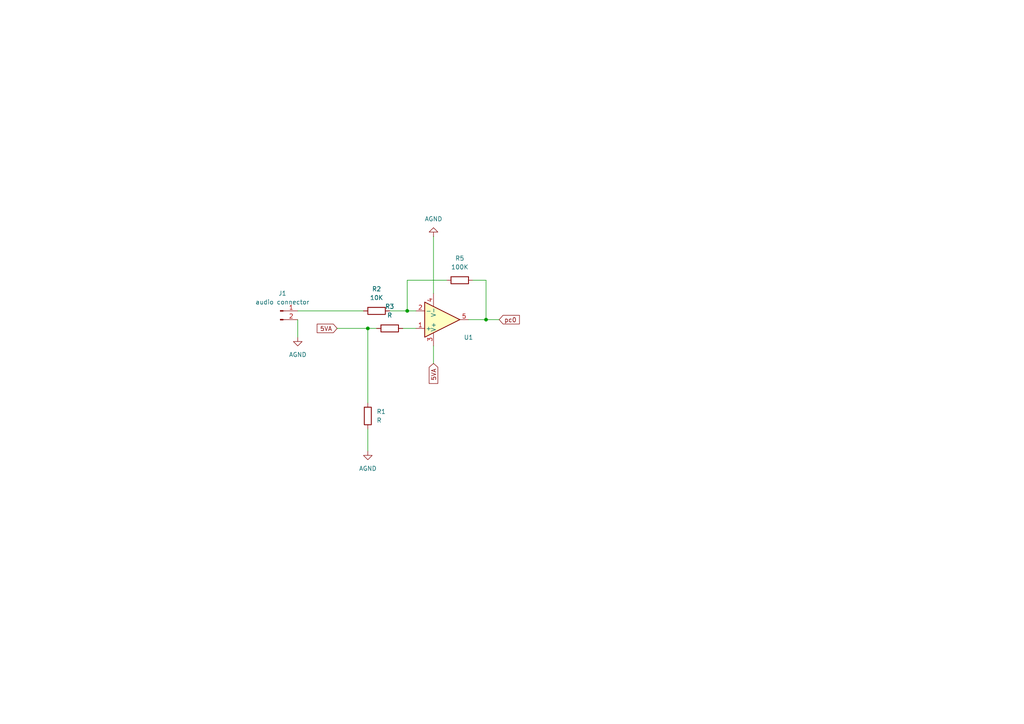
<source format=kicad_sch>
(kicad_sch (version 20250114) (generator "eeschema") (generator_version "9.0")
  (paper "A4")
  (lib_symbols
    (symbol "Connector:Conn_01x02_Pin" (pin_names (offset 1.016) (hide yes))
      (property "Reference" "J" (at 0 2.54 0))
      (property "Value" "Conn_01x02_Pin" (at 0 -5.08 0))
      (symbol "Conn_01x02_Pin_1_1"
        (rectangle (start 0.8636 0.127) (end 0 -0.127) (stroke (width 0.1524)) (fill (type outline)))
        (rectangle (start 0.8636 -2.413) (end 0 -2.667) (stroke (width 0.1524)) (fill (type outline)))
        (polyline (pts (xy 1.27 0) (xy 0.8636 0)) (stroke (width 0.1524)))
        (polyline (pts (xy 1.27 -2.54) (xy 0.8636 -2.54)) (stroke (width 0.1524)))
        (pin passive line (at 5.08 0 180) (length 3.81) (name "Pin_1") (number "1"))
        (pin passive line (at 5.08 -2.54 180) (length 3.81) (name "Pin_2") (number "2"))
      )
    )
    (symbol "Device:R" (pin_numbers (hide yes)) (pin_names (offset 0))
      (property "Reference" "R" (at 2.032 0 90))
      (property "Value" "R" (at 0 0 90))
      (symbol "R_0_1"
        (rectangle (start -1.016 -2.54) (end 1.016 2.54) (stroke (width 0.254)))
      )
      (symbol "R_1_1"
        (pin passive line (at 0 3.81 270) (length 1.27) (name "~") (number "1"))
        (pin passive line (at 0 -3.81 90) (length 1.27) (name "~") (number "2"))
      )
    )
    (symbol "Simulation_SPICE:OPAMP" (pin_names (offset 0.254))
      (property "Reference" "U" (at 3.81 3.175 0))
      (property "Value" "${SIM.PARAMS}" (at 3.81 -3.175 0))
      (symbol "OPAMP_0_1"
        (polyline (pts (xy 5.08 0) (xy -5.08 5.08) (xy -5.08 -5.08) (xy 5.08 0)) (stroke (width 0.254)) (fill (type background)))
      )
      (symbol "OPAMP_1_1"
        (pin input line (at -7.62 2.54 0) (length 2.54) (name "+") (number "1"))
        (pin input line (at -7.62 -2.54 0) (length 2.54) (name "-") (number "2"))
        (pin power_in line (at -2.54 7.62 270) (length 3.81) (name "V+") (number "3"))
        (pin power_in line (at -2.54 -7.62 90) (length 3.81) (name "V-") (number "4"))
        (pin output line (at 7.62 0 180) (length 2.54) (name "~") (number "5"))
      )
    )
    (symbol "power:GND" (power) (pin_numbers (hide yes)) (pin_names (offset 0) (hide yes))
      (property "Value" "GND" (at 0 -3.81 0))
      (symbol "GND_0_1"
        (polyline (pts (xy 0 0) (xy 0 -1.27) (xy 1.27 -1.27) (xy 0 -2.54) (xy -1.27 -1.27) (xy 0 -1.27)))
      )
      (symbol "GND_1_1"
        (pin power_in line (at 0 0 270) (length 0) (name "~") (number "1"))
      )
    )
  )
  (junction (at 106.68 95.25))
  (junction (at 118.11 90.17))
  (junction (at 140.97 92.71))
  (wire (pts (xy 118.11 81.28) (xy 118.11 90.17)))
  (wire (pts (xy 109.22 95.25) (xy 106.68 95.25)))
  (wire (pts (xy 125.73 85.09) (xy 125.73 68.58)))
  (wire (pts (xy 116.84 95.25) (xy 120.65 95.25)))
  (wire (pts (xy 140.97 92.71) (xy 144.78 92.71)))
  (wire (pts (xy 106.68 124.46) (xy 106.68 130.81)))
  (wire (pts (xy 113.03 90.17) (xy 118.11 90.17)))
  (wire (pts (xy 135.89 92.71) (xy 140.97 92.71)))
  (wire (pts (xy 97.79 95.25) (xy 106.68 95.25)))
  (wire (pts (xy 129.54 81.28) (xy 118.11 81.28)))
  (wire (pts (xy 106.68 95.25) (xy 106.68 116.84)))
  (wire (pts (xy 86.36 92.71) (xy 86.36 97.79)))
  (wire (pts (xy 137.16 81.28) (xy 140.97 81.28)))
  (wire (pts (xy 86.36 90.17) (xy 105.41 90.17)))
  (wire (pts (xy 125.73 105.41) (xy 125.73 100.33)))
  (wire (pts (xy 140.97 81.28) (xy 140.97 92.71)))
  (wire (pts (xy 118.11 90.17) (xy 120.65 90.17)))
  (global_label "5VA" (shape input) (at 125.73 105.41 270) (property "Intersheetrefs" "${INTERSHEET_REFS}" (effects (hide yes))))
  (global_label "pc0" (shape input) (at 144.78 92.71 0) (property "Intersheetrefs" "${INTERSHEET_REFS}" (effects (hide yes))))
  (global_label "5VA" (shape input) (at 97.79 95.25 180) (property "Intersheetrefs" "${INTERSHEET_REFS}" (effects (hide yes))))
  (symbol (lib_id "power:GND") (at 86.36 97.79 0) (unit 1)
    (property "Reference" "#PWR02" (effects (hide yes)))
    (property "Value" "AGND" (at 86.36 102.87 0))
    (property "Description" "Power symbol creates a global label with name \"GND\" , ground" (effects (hide yes)))
  )
  (symbol (lib_id "Device:R") (at 133.35 81.28 270) (unit 1)
    (property "Reference" "R5" (at 133.35 74.93 90))
    (property "Value" "100K" (at 133.35 77.47 90))
    (property "Footprint" "Resistor_SMD:R_0603_1608Metric" (effects (hide yes)))
    (property "Description" "Resistor" (effects (hide yes)))
  )
  (symbol (lib_id "Connector:Conn_01x02_Pin") (at 81.28 90.17 0) (unit 1)
    (property "Reference" "J1" (at 81.915 85.09 0))
    (property "Value" "audio connector" (at 81.915 87.63 0))
    (property "Footprint" "Connector_PinHeader_2.54mm:PinHeader_1x02_P2.54mm_Vertical" (effects (hide yes)))
    (property "Description" "Generic connector, single row, 01x02, script generated" (effects (hide yes)))
  )
  (symbol (lib_id "Device:R") (at 109.22 90.17 90) (unit 1)
    (property "Reference" "R2" (at 109.22 83.82 90))
    (property "Value" "10K" (at 109.22 86.36 90))
    (property "Footprint" "Resistor_SMD:R_0603_1608Metric" (effects (hide yes)))
    (property "Description" "Resistor" (effects (hide yes)))
  )
  (symbol (lib_id "Device:R") (at 113.03 95.25 270) (unit 1)
    (property "Reference" "R3" (at 113.03 88.9 90))
    (property "Value" "R" (at 113.03 91.44 90))
    (property "Footprint" "Resistor_SMD:R_0603_1608Metric" (effects (hide yes)))
    (property "Description" "Resistor" (effects (hide yes)))
  )
  (symbol (lib_id "Simulation_SPICE:OPAMP") (at 128.27 92.71 0) (mirror x) (unit 1)
    (property "Reference" "U1" (at 135.89 97.8602 0))
    (property "Value" "${SIM.PARAMS}" (at 135.89 95.9551 0))
    (property "Footprint" "Package_SO:SOIC-8_3.9x4.9mm_P1.27mm" (effects (hide yes)))
    (property "Datasheet" "https://ngspice.sourceforge.io/docs/ngspice-html-manual/manual.xhtml#sec__SUBCKT_Subcircuits" (effects (hide yes)))
    (property "Description" "Operational amplifier, single" (effects (hide yes)))
    (property "Sim.Pins" "1=in+ 2=in- 3=vcc 4=vee 5=out" (effects (hide yes)))
    (property "Sim.Device" "SUBCKT" (effects (hide yes)))
    (property "Sim.Library" "${KICAD9_SYMBOL_DIR}/Simulation_SPICE.sp" (effects (hide yes)))
    (property "Sim.Name" "kicad_builtin_opamp" (effects (hide yes)))
  )
  (symbol (lib_id "power:GND") (at 106.68 130.81 0) (unit 1)
    (property "Reference" "#PWR03" (effects (hide yes)))
    (property "Value" "AGND" (at 106.68 135.89 0))
    (property "Description" "Power symbol creates a global label with name \"GND\" , ground" (effects (hide yes)))
  )
  (symbol (lib_id "power:GND") (at 125.73 68.58 0) (mirror x) (unit 1)
    (property "Reference" "#PWR05" (effects (hide yes)))
    (property "Value" "AGND" (at 125.73 63.5 0))
    (property "Description" "Power symbol creates a global label with name \"GND\" , ground" (effects (hide yes)))
  )
  (symbol (lib_id "Device:R") (at 106.68 120.65 180) (unit 1)
    (property "Reference" "R1" (at 109.22 119.3799 0) (effects (justify right)))
    (property "Value" "R" (at 109.22 121.9199 0) (effects (justify right)))
    (property "Footprint" "Resistor_SMD:R_0603_1608Metric" (effects (hide yes)))
    (property "Description" "Resistor" (effects (hide yes)))
  )
)
</source>
